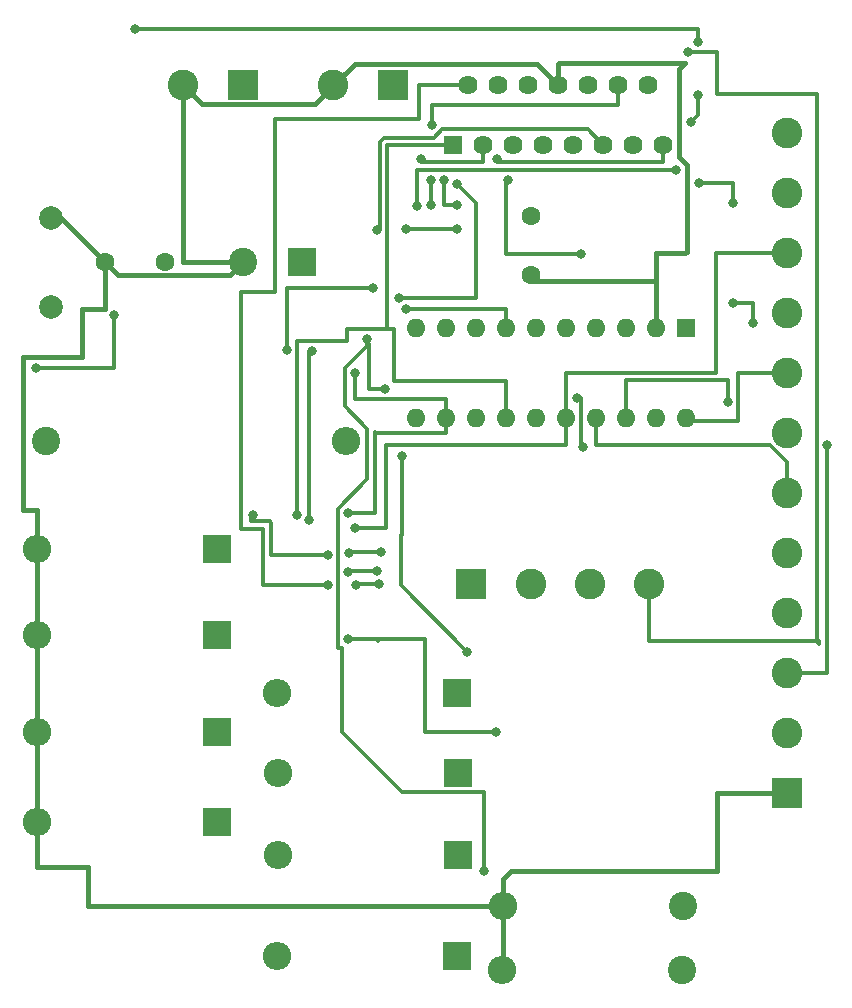
<source format=gbr>
%TF.GenerationSoftware,KiCad,Pcbnew,(6.0.6)*%
%TF.CreationDate,2022-07-15T00:25:02-04:00*%
%TF.ProjectId,Two Phase Bipolar Stepper Motor,54776f20-5068-4617-9365-204269706f6c,#1*%
%TF.SameCoordinates,Original*%
%TF.FileFunction,Copper,L2,Bot*%
%TF.FilePolarity,Positive*%
%FSLAX46Y46*%
G04 Gerber Fmt 4.6, Leading zero omitted, Abs format (unit mm)*
G04 Created by KiCad (PCBNEW (6.0.6)) date 2022-07-15 00:25:02*
%MOMM*%
%LPD*%
G01*
G04 APERTURE LIST*
%TA.AperFunction,ComponentPad*%
%ADD10O,2.400000X2.400000*%
%TD*%
%TA.AperFunction,ComponentPad*%
%ADD11R,2.400000X2.400000*%
%TD*%
%TA.AperFunction,ComponentPad*%
%ADD12R,2.600000X2.600000*%
%TD*%
%TA.AperFunction,ComponentPad*%
%ADD13C,2.600000*%
%TD*%
%TA.AperFunction,ComponentPad*%
%ADD14C,2.400000*%
%TD*%
%TA.AperFunction,ComponentPad*%
%ADD15R,1.600000X1.600000*%
%TD*%
%TA.AperFunction,ComponentPad*%
%ADD16O,1.600000X1.600000*%
%TD*%
%TA.AperFunction,ComponentPad*%
%ADD17C,1.600000*%
%TD*%
%TA.AperFunction,ComponentPad*%
%ADD18C,2.000000*%
%TD*%
%TA.AperFunction,ComponentPad*%
%ADD19R,1.620000X1.620000*%
%TD*%
%TA.AperFunction,ComponentPad*%
%ADD20C,1.620000*%
%TD*%
%TA.AperFunction,ViaPad*%
%ADD21C,0.800000*%
%TD*%
%TA.AperFunction,Conductor*%
%ADD22C,0.300000*%
%TD*%
%TA.AperFunction,Conductor*%
%ADD23C,0.400000*%
%TD*%
G04 APERTURE END LIST*
D10*
%TO.P,D4,2,A*%
%TO.N,Net-(D4-Pad2)*%
X218230000Y-117500000D03*
D11*
%TO.P,D4,1,K*%
%TO.N,VS*%
X233470000Y-117500000D03*
%TD*%
%TO.P,D6,1,K*%
%TO.N,Net-(D6-Pad1)*%
X213150000Y-120830000D03*
D10*
%TO.P,D6,2,A*%
%TO.N,GND*%
X197910000Y-120830000D03*
%TD*%
D12*
%TO.P,J3,1,Pin_1*%
%TO.N,GND*%
X261417000Y-125984000D03*
D13*
%TO.P,J3,2,Pin_2*%
%TO.N,/HALF*%
X261417000Y-120904000D03*
%TO.P,J3,3,Pin_3*%
%TO.N,/HOME*%
X261417000Y-115824000D03*
%TO.P,J3,4,Pin_4*%
%TO.N,/Vref*%
X261417000Y-110744000D03*
%TO.P,J3,5,Pin_5*%
%TO.N,/CLK*%
X261417000Y-105664000D03*
%TO.P,J3,6,Pin_6*%
%TO.N,/CW*%
X261417000Y-100584000D03*
%TO.P,J3,7,Pin_7*%
%TO.N,/ENA*%
X261417000Y-95504000D03*
%TO.P,J3,8,Pin_8*%
%TO.N,/RESET*%
X261417000Y-90424000D03*
%TO.P,J3,9,Pin_9*%
%TO.N,/CTRL*%
X261417000Y-85344000D03*
%TO.P,J3,10,Pin_10*%
%TO.N,/OSC*%
X261417000Y-80264000D03*
%TO.P,J3,11,Pin_11*%
%TO.N,/SYNC*%
X261417000Y-75184000D03*
%TO.P,J3,12,Pin_12*%
%TO.N,unconnected-(J3-Pad12)*%
X261417000Y-70104000D03*
%TD*%
D10*
%TO.P,RS1,2*%
%TO.N,GND*%
X237280000Y-140950000D03*
D14*
%TO.P,RS1,1*%
%TO.N,/RS1*%
X252520000Y-140950000D03*
%TD*%
D12*
%TO.P,J2,1,Pin_1*%
%TO.N,VSS*%
X228092000Y-66040000D03*
D13*
%TO.P,J2,2,Pin_2*%
%TO.N,GND*%
X223012000Y-66040000D03*
%TD*%
D11*
%TO.P,D7,1,K*%
%TO.N,Net-(D3-Pad2)*%
X213150000Y-112575000D03*
D10*
%TO.P,D7,2,A*%
%TO.N,GND*%
X197910000Y-112575000D03*
%TD*%
D14*
%TO.P,C4,2*%
%TO.N,GND*%
X215356000Y-81050000D03*
D11*
%TO.P,C4,1*%
%TO.N,VS*%
X220356000Y-81050000D03*
%TD*%
D10*
%TO.P,R1,2*%
%TO.N,VSS*%
X224100000Y-96200000D03*
D14*
%TO.P,R1,1*%
%TO.N,/OSC*%
X198700000Y-96200000D03*
%TD*%
D10*
%TO.P,D1,2,A*%
%TO.N,Net-(D5-Pad1)*%
X218230000Y-139750000D03*
D11*
%TO.P,D1,1,K*%
%TO.N,VS*%
X233470000Y-139750000D03*
%TD*%
D15*
%TO.P,U1,1,SYNC*%
%TO.N,/SYNC*%
X252900000Y-86600000D03*
D16*
%TO.P,U1,2,GND*%
%TO.N,GND*%
X250360000Y-86600000D03*
%TO.P,U1,3,HOME*%
%TO.N,/HOME*%
X247820000Y-86600000D03*
%TO.P,U1,4,A*%
%TO.N,Net-(U2-Pad5)*%
X245280000Y-86600000D03*
%TO.P,U1,5,INH1*%
%TO.N,Net-(U2-Pad6)*%
X242740000Y-86600000D03*
%TO.P,U1,6,B*%
%TO.N,Net-(U2-Pad7)*%
X240200000Y-86600000D03*
%TO.P,U1,7,C*%
%TO.N,Net-(U2-Pad10)*%
X237660000Y-86600000D03*
%TO.P,U1,8,INH2*%
%TO.N,Net-(U2-Pad11)*%
X235120000Y-86600000D03*
%TO.P,U1,9,D*%
%TO.N,Net-(U2-Pad12)*%
X232580000Y-86600000D03*
%TO.P,U1,10,ENABLE*%
%TO.N,/ENA*%
X230040000Y-86600000D03*
%TO.P,U1,11,CONTROL*%
%TO.N,/CTRL*%
X230040000Y-94220000D03*
%TO.P,U1,12,Vs*%
%TO.N,VSS*%
X232580000Y-94220000D03*
%TO.P,U1,13,SENS2*%
%TO.N,/RS2*%
X235120000Y-94220000D03*
%TO.P,U1,14,SENS1*%
%TO.N,/RS1*%
X237660000Y-94220000D03*
%TO.P,U1,15,Vref*%
%TO.N,/Vref*%
X240200000Y-94220000D03*
%TO.P,U1,16,OSC*%
%TO.N,/OSC*%
X242740000Y-94220000D03*
%TO.P,U1,17,CW*%
%TO.N,/CW*%
X245280000Y-94220000D03*
%TO.P,U1,18,CLOCK*%
%TO.N,/CLK*%
X247820000Y-94220000D03*
%TO.P,U1,19,HALF*%
%TO.N,/HALF*%
X250360000Y-94220000D03*
%TO.P,U1,20,RESET*%
%TO.N,/RESET*%
X252900000Y-94220000D03*
%TD*%
D14*
%TO.P,RS2,1*%
%TO.N,/RS2*%
X252570000Y-135550000D03*
D10*
%TO.P,RS2,2*%
%TO.N,GND*%
X237330000Y-135550000D03*
%TD*%
%TO.P,D8,2,A*%
%TO.N,GND*%
X197910000Y-105300000D03*
D11*
%TO.P,D8,1,K*%
%TO.N,Net-(D4-Pad2)*%
X213150000Y-105300000D03*
%TD*%
D17*
%TO.P,C3,1*%
%TO.N,VS*%
X208712000Y-81050000D03*
%TO.P,C3,2*%
%TO.N,GND*%
X203712000Y-81050000D03*
%TD*%
%TO.P,C2,1*%
%TO.N,VSS*%
X239750000Y-77150000D03*
%TO.P,C2,2*%
%TO.N,GND*%
X239750000Y-82150000D03*
%TD*%
D13*
%TO.P,J1,2,Pin_2*%
%TO.N,GND*%
X210312000Y-66040000D03*
D12*
%TO.P,J1,1,Pin_1*%
%TO.N,VS*%
X215392000Y-66040000D03*
%TD*%
%TO.P,J4,1,Pin_1*%
%TO.N,Net-(U2-Pad2)*%
X234700000Y-108305000D03*
D13*
%TO.P,J4,2,Pin_2*%
%TO.N,Net-(U2-Pad3)*%
X239700000Y-108305000D03*
%TO.P,J4,3,Pin_3*%
%TO.N,Net-(U2-Pad13)*%
X244700000Y-108305000D03*
%TO.P,J4,4,Pin_4*%
%TO.N,Net-(U2-Pad14)*%
X249700000Y-108305000D03*
%TD*%
D11*
%TO.P,D5,1,K*%
%TO.N,Net-(D5-Pad1)*%
X213150000Y-128450000D03*
D10*
%TO.P,D5,2,A*%
%TO.N,GND*%
X197910000Y-128450000D03*
%TD*%
%TO.P,D2,2,A*%
%TO.N,Net-(D6-Pad1)*%
X218330000Y-131200000D03*
D11*
%TO.P,D2,1,K*%
%TO.N,VS*%
X233570000Y-131200000D03*
%TD*%
D18*
%TO.P,C1,1*%
%TO.N,/OSC*%
X199100000Y-84800000D03*
%TO.P,C1,2*%
%TO.N,GND*%
X199100000Y-77300000D03*
%TD*%
D19*
%TO.P,U2,1,CS_A*%
%TO.N,/RS1*%
X233172000Y-71120000D03*
D20*
%TO.P,U2,2,OUT1*%
%TO.N,Net-(U2-Pad2)*%
X234442000Y-66040000D03*
%TO.P,U2,3,OUT2*%
%TO.N,Net-(U2-Pad3)*%
X235712000Y-71120000D03*
%TO.P,U2,4,VS*%
%TO.N,VS*%
X236982000Y-66040000D03*
%TO.P,U2,5,IN1*%
%TO.N,Net-(U2-Pad5)*%
X238252000Y-71120000D03*
%TO.P,U2,6,EN_A*%
%TO.N,Net-(U2-Pad6)*%
X239522000Y-66040000D03*
%TO.P,U2,7,IN2*%
%TO.N,Net-(U2-Pad7)*%
X240792000Y-71120000D03*
%TO.P,U2,8,GND*%
%TO.N,GND*%
X242062000Y-66040000D03*
%TO.P,U2,9,VSS*%
%TO.N,VSS*%
X243332000Y-71120000D03*
%TO.P,U2,10,IN3*%
%TO.N,Net-(U2-Pad10)*%
X244602000Y-66040000D03*
%TO.P,U2,11,EN_B*%
%TO.N,Net-(U2-Pad11)*%
X245872000Y-71120000D03*
%TO.P,U2,12,IN4*%
%TO.N,Net-(U2-Pad12)*%
X247142000Y-66040000D03*
%TO.P,U2,13,OUT3*%
%TO.N,Net-(U2-Pad13)*%
X248412000Y-71120000D03*
%TO.P,U2,14,OUT4*%
%TO.N,Net-(U2-Pad14)*%
X249682000Y-66040000D03*
%TO.P,U2,15,CS_B*%
%TO.N,/RS2*%
X250952000Y-71120000D03*
%TD*%
D10*
%TO.P,D3,2,A*%
%TO.N,Net-(D3-Pad2)*%
X218330000Y-124250000D03*
D11*
%TO.P,D3,1,K*%
%TO.N,VS*%
X233570000Y-124250000D03*
%TD*%
D21*
%TO.N,Net-(U2-Pad5)*%
X237759500Y-74059500D03*
X243973568Y-80359500D03*
%TO.N,Net-(U2-Pad13)*%
X253300000Y-69150000D03*
X253900000Y-66890500D03*
X253851851Y-62420086D03*
X206200000Y-61290500D03*
X204464962Y-85510137D03*
X222530500Y-105800000D03*
X224300000Y-105650000D03*
X197840500Y-89959500D03*
X227000000Y-105550000D03*
X216200000Y-102409500D03*
%TO.N,Net-(U2-Pad7)*%
X233450000Y-76209500D03*
X232359503Y-74059500D03*
%TO.N,Net-(U2-Pad11)*%
X229180500Y-78250000D03*
X233439500Y-78250000D03*
X226690500Y-78300000D03*
%TO.N,Net-(U2-Pad14)*%
X253063762Y-63279586D03*
%TO.N,Net-(U2-Pad10)*%
X229180500Y-84962942D03*
X226400000Y-83190500D03*
X219090500Y-88450000D03*
%TO.N,Net-(U2-Pad3)*%
X221159500Y-88559500D03*
X220976189Y-102831318D03*
X224249500Y-107250000D03*
X230390500Y-72340500D03*
X226719500Y-107205280D03*
%TO.N,Net-(U2-Pad2)*%
X222530500Y-108400000D03*
X226900000Y-108300000D03*
X224900500Y-108350000D03*
%TO.N,/RS2*%
X228550000Y-84050000D03*
X236900000Y-72340500D03*
X233450000Y-74450000D03*
X225850000Y-87559500D03*
%TO.N,/RS1*%
X219950000Y-102409500D03*
X224249500Y-112900000D03*
X236800000Y-120850000D03*
%TO.N,/RS2*%
X235800000Y-132550000D03*
X227359500Y-91790500D03*
%TO.N,Net-(U2-Pad12)*%
X231250000Y-74059500D03*
X231250000Y-76209500D03*
X231350000Y-69439500D03*
%TO.N,/HALF*%
X228800000Y-97409500D03*
X234359500Y-114000450D03*
%TO.N,/HOME*%
X253959500Y-74336061D03*
X256850000Y-76043500D03*
X256850000Y-84484500D03*
X258500000Y-86203500D03*
X264800000Y-96550000D03*
%TO.N,/Vref*%
X243599500Y-92500000D03*
X244150000Y-96688517D03*
%TO.N,/CLK*%
X256440500Y-92850000D03*
%TO.N,/ENA*%
X252050000Y-73200000D03*
X230050000Y-76250000D03*
%TO.N,/OSC*%
X224800000Y-103500000D03*
%TO.N,VSS*%
X224850000Y-90390500D03*
X224250000Y-102250000D03*
%TD*%
D22*
%TO.N,Net-(U2-Pad5)*%
X237759500Y-74100000D02*
X237759500Y-74059500D01*
X237600000Y-74100000D02*
X237759500Y-74100000D01*
X243973568Y-80359500D02*
X237600000Y-80359500D01*
X237600000Y-80359500D02*
X237600000Y-74100000D01*
D23*
%TO.N,GND*%
X239750000Y-82590000D02*
X239750000Y-82150000D01*
X250360000Y-82590000D02*
X239750000Y-82590000D01*
X250360000Y-82590000D02*
X250360000Y-80300000D01*
X250360000Y-86600000D02*
X250360000Y-82590000D01*
X252800000Y-80300000D02*
X250360000Y-80300000D01*
X242062000Y-64238000D02*
X242150000Y-64150000D01*
X242062000Y-66040000D02*
X242062000Y-64238000D01*
X252300000Y-64650000D02*
X252300000Y-72163065D01*
X242150000Y-64150000D02*
X252800000Y-64150000D01*
X252800000Y-64150000D02*
X252300000Y-64650000D01*
X252300000Y-72163065D02*
X252960000Y-72823065D01*
X252960000Y-72823065D02*
X252960000Y-80140000D01*
X252960000Y-80140000D02*
X252800000Y-80300000D01*
D22*
%TO.N,Net-(U2-Pad13)*%
X253900000Y-68550000D02*
X253300000Y-69150000D01*
X253900000Y-66890500D02*
X253900000Y-68550000D01*
X253851851Y-61290500D02*
X253851851Y-62420086D01*
X197840500Y-89959500D02*
X204464962Y-89959500D01*
X216000000Y-102990000D02*
X216000000Y-102409500D01*
X217750000Y-103100000D02*
X217640000Y-102990000D01*
X217750000Y-103400000D02*
X217750000Y-103100000D01*
X217750000Y-105800000D02*
X217750000Y-103400000D01*
X222530500Y-105800000D02*
X217750000Y-105800000D01*
X206200000Y-61290500D02*
X253851851Y-61290500D01*
X216000000Y-102409500D02*
X216200000Y-102409500D01*
X224400000Y-105550000D02*
X224300000Y-105650000D01*
X227000000Y-105550000D02*
X224400000Y-105550000D01*
X204464962Y-89959500D02*
X204464962Y-85510137D01*
X217640000Y-102990000D02*
X216000000Y-102990000D01*
%TO.N,Net-(U2-Pad7)*%
X232359503Y-76209500D02*
X233450000Y-76209500D01*
X232359503Y-74059500D02*
X232359503Y-76209500D01*
%TO.N,Net-(U2-Pad11)*%
X229180500Y-78250000D02*
X233439500Y-78250000D01*
%TO.N,/RS2*%
X235050000Y-84050000D02*
X228550000Y-84050000D01*
X235050000Y-76050000D02*
X235050000Y-84050000D01*
X233450000Y-74450000D02*
X235050000Y-76050000D01*
%TO.N,Net-(U2-Pad11)*%
X226940000Y-78300000D02*
X226690500Y-78300000D01*
X226940000Y-73250000D02*
X226940000Y-78300000D01*
X231505724Y-70500000D02*
X227307330Y-70500000D01*
X227307330Y-70500000D02*
X226940000Y-70867330D01*
X226940000Y-70867330D02*
X226940000Y-73250000D01*
X232210000Y-69795724D02*
X231505724Y-70500000D01*
X244547724Y-69795724D02*
X232210000Y-69795724D01*
X245872000Y-71120000D02*
X244547724Y-69795724D01*
%TO.N,Net-(U2-Pad14)*%
X255450000Y-63279586D02*
X253063762Y-63279586D01*
X263940000Y-66800000D02*
X255650000Y-66800000D01*
X255650000Y-66800000D02*
X255450000Y-66800000D01*
X264150000Y-113400000D02*
X263940000Y-113190000D01*
X252400000Y-113150000D02*
X264150000Y-113150000D01*
X255450000Y-66800000D02*
X255450000Y-63900000D01*
X263940000Y-113190000D02*
X263940000Y-66800000D01*
X249700000Y-113150000D02*
X252400000Y-113150000D01*
X264150000Y-113150000D02*
X264150000Y-113400000D01*
X255450000Y-63900000D02*
X255450000Y-63279586D01*
X249700000Y-108305000D02*
X249700000Y-113150000D01*
%TO.N,Net-(U2-Pad10)*%
X237660000Y-84962942D02*
X237660000Y-86600000D01*
X229180500Y-84962942D02*
X237660000Y-84962942D01*
X219090500Y-83190500D02*
X226400000Y-83190500D01*
X219090500Y-88450000D02*
X219090500Y-83190500D01*
%TO.N,Net-(U2-Pad3)*%
X230600000Y-72550000D02*
X235712000Y-72550000D01*
X230390500Y-72340500D02*
X230600000Y-72550000D01*
X220976189Y-88559500D02*
X221159500Y-88559500D01*
X220976189Y-102831318D02*
X220976189Y-88559500D01*
X235712000Y-72550000D02*
X235712000Y-71120000D01*
X224294220Y-107205280D02*
X224249500Y-107250000D01*
X226719500Y-107205280D02*
X224294220Y-107205280D01*
%TO.N,Net-(U2-Pad2)*%
X234442000Y-66000000D02*
X234442000Y-66040000D01*
X230250000Y-66000000D02*
X234442000Y-66000000D01*
X230250000Y-68950000D02*
X230250000Y-66000000D01*
X218100000Y-68950000D02*
X230250000Y-68950000D01*
X218100000Y-83550000D02*
X218100000Y-68950000D01*
X215200000Y-103600000D02*
X215200000Y-83550000D01*
X217050000Y-108400000D02*
X217050000Y-103600000D01*
X222530500Y-108400000D02*
X217050000Y-108400000D01*
X224950500Y-108300000D02*
X224900500Y-108350000D01*
X226900000Y-108300000D02*
X224950500Y-108300000D01*
X217050000Y-103600000D02*
X215200000Y-103600000D01*
X215200000Y-83550000D02*
X218100000Y-83550000D01*
%TO.N,/RS2*%
X225850000Y-88100000D02*
X226050000Y-88100000D01*
X225850000Y-87559500D02*
X225850000Y-88100000D01*
X226050000Y-88100000D02*
X226050000Y-87950000D01*
X226050000Y-91790500D02*
X226050000Y-88100000D01*
X236900000Y-72590000D02*
X236900000Y-72340500D01*
X250952000Y-72590000D02*
X241900000Y-72590000D01*
X241900000Y-72590000D02*
X236900000Y-72590000D01*
X250952000Y-71120000D02*
X250952000Y-72590000D01*
%TO.N,/RS1*%
X227550000Y-86700000D02*
X227650000Y-86700000D01*
X227550000Y-71120000D02*
X227550000Y-86700000D01*
X224150000Y-86700000D02*
X227650000Y-86700000D01*
X227650000Y-86700000D02*
X228150000Y-86700000D01*
X233172000Y-71120000D02*
X227550000Y-71120000D01*
X237660000Y-91100000D02*
X237660000Y-94220000D01*
X228150000Y-91100000D02*
X237660000Y-91100000D01*
X228150000Y-86700000D02*
X228150000Y-91100000D01*
X219950000Y-87700000D02*
X224150000Y-87700000D01*
X219950000Y-102409500D02*
X219950000Y-87700000D01*
X224150000Y-87700000D02*
X224150000Y-86700000D01*
X226800000Y-112950000D02*
X226800000Y-113100000D01*
X226800000Y-112900000D02*
X224249500Y-112900000D01*
X230800000Y-112950000D02*
X226800000Y-112950000D01*
X230800000Y-120850000D02*
X230800000Y-112950000D01*
X236800000Y-120850000D02*
X230800000Y-120850000D01*
X226800000Y-113100000D02*
X226800000Y-112900000D01*
%TO.N,/RS2*%
X235800000Y-125910000D02*
X235800000Y-132550000D01*
X228810000Y-125910000D02*
X235800000Y-125910000D01*
X223750000Y-120850000D02*
X228810000Y-125910000D01*
X223750000Y-113700000D02*
X223750000Y-120850000D01*
X223390000Y-113700000D02*
X223750000Y-113700000D01*
X223390000Y-101893776D02*
X223390000Y-113700000D01*
X225890000Y-95147330D02*
X225890000Y-99393776D01*
X223990000Y-93247330D02*
X225890000Y-95147330D01*
X223990000Y-89960000D02*
X223990000Y-93247330D01*
X226000000Y-87950000D02*
X223990000Y-89960000D01*
X226050000Y-87950000D02*
X226000000Y-87950000D01*
X227359500Y-91790500D02*
X226050000Y-91790500D01*
X225890000Y-99393776D02*
X223390000Y-101893776D01*
%TO.N,Net-(U2-Pad12)*%
X247142000Y-67700000D02*
X247142000Y-66040000D01*
X231350000Y-69439500D02*
X231350000Y-67700000D01*
X231250000Y-76209500D02*
X231250000Y-74059500D01*
X231350000Y-67700000D02*
X247142000Y-67700000D01*
%TO.N,/HALF*%
X228800000Y-104150000D02*
X228800000Y-97409500D01*
X228750000Y-104150000D02*
X228800000Y-104150000D01*
X228750000Y-108390950D02*
X228750000Y-104150000D01*
X234359500Y-114000450D02*
X228750000Y-108390950D01*
%TO.N,/HOME*%
X256850000Y-76043500D02*
X256850000Y-74336061D01*
X256850000Y-74336061D02*
X253959500Y-74336061D01*
X258500000Y-86203500D02*
X258500000Y-84484500D01*
X258500000Y-84484500D02*
X256850000Y-84484500D01*
X264800000Y-115824000D02*
X264800000Y-96550000D01*
X261417000Y-115824000D02*
X264800000Y-115824000D01*
%TO.N,/Vref*%
X244010982Y-92500000D02*
X243599500Y-92500000D01*
X244010982Y-96549499D02*
X244010982Y-92500000D01*
X244150000Y-96688517D02*
X244010982Y-96549499D01*
%TO.N,/CLK*%
X247800000Y-94220000D02*
X247800000Y-91010000D01*
X247820000Y-94220000D02*
X247800000Y-94220000D01*
X247800000Y-91010000D02*
X256440500Y-91010000D01*
X256440500Y-91010000D02*
X256440500Y-92850000D01*
%TO.N,/CW*%
X245250000Y-96550000D02*
X245250000Y-94220000D01*
X259973984Y-96550000D02*
X245250000Y-96550000D01*
X261417000Y-97993016D02*
X259973984Y-96550000D01*
X245250000Y-94220000D02*
X245280000Y-94220000D01*
X261417000Y-100584000D02*
X261417000Y-97993016D01*
%TO.N,/ENA*%
X230050000Y-73200000D02*
X252050000Y-73200000D01*
X230050000Y-76250000D02*
X230050000Y-73200000D01*
%TO.N,/RESET*%
X257300000Y-94500000D02*
X252900000Y-94500000D01*
X252900000Y-94500000D02*
X252900000Y-94220000D01*
X257300000Y-90424000D02*
X257300000Y-94500000D01*
X261417000Y-90424000D02*
X257300000Y-90424000D01*
%TO.N,/OSC*%
X242740000Y-94220000D02*
X242740000Y-90400000D01*
X242740000Y-90400000D02*
X255400000Y-90400000D01*
X255400000Y-90400000D02*
X255400000Y-80264000D01*
X255400000Y-80264000D02*
X261417000Y-80264000D01*
X242740000Y-96550000D02*
X242740000Y-94220000D01*
X227500000Y-96550000D02*
X242740000Y-96550000D01*
X227500000Y-103500000D02*
X227500000Y-96550000D01*
X224800000Y-103500000D02*
X227500000Y-103500000D01*
D23*
%TO.N,GND*%
X237330000Y-133300000D02*
X237330000Y-135550000D01*
X238030000Y-132600000D02*
X237330000Y-133300000D01*
X255450000Y-132600000D02*
X238030000Y-132600000D01*
X255450000Y-125984000D02*
X255450000Y-132600000D01*
X261417000Y-125984000D02*
X255450000Y-125984000D01*
D22*
%TO.N,VSS*%
X232580000Y-92650000D02*
X232580000Y-94220000D01*
X224850000Y-92650000D02*
X232580000Y-92650000D01*
X224850000Y-90390500D02*
X224850000Y-92650000D01*
X226500000Y-102250000D02*
X226500000Y-95400000D01*
X226580000Y-95480000D02*
X232580000Y-95480000D01*
X224250000Y-102250000D02*
X226500000Y-102250000D01*
X232580000Y-95480000D02*
X232580000Y-94220000D01*
X226500000Y-95400000D02*
X226580000Y-95480000D01*
D23*
%TO.N,GND*%
X237330000Y-140950000D02*
X237280000Y-140950000D01*
X237330000Y-135550000D02*
X237330000Y-140950000D01*
X197910000Y-132250000D02*
X197910000Y-128450000D01*
X202250000Y-135550000D02*
X202250000Y-132250000D01*
X202250000Y-132250000D02*
X197910000Y-132250000D01*
X237330000Y-135550000D02*
X202250000Y-135550000D01*
X197910000Y-120830000D02*
X197910000Y-128450000D01*
X197910000Y-112575000D02*
X197910000Y-120830000D01*
X197910000Y-105590000D02*
X197910000Y-112575000D01*
X196700000Y-102050000D02*
X197910000Y-102050000D01*
X196700000Y-89050000D02*
X196700000Y-102050000D01*
X201750000Y-89050000D02*
X196700000Y-89050000D01*
X201750000Y-85000000D02*
X201750000Y-89050000D01*
X203712000Y-85000000D02*
X201750000Y-85000000D01*
X197910000Y-102050000D02*
X197910000Y-105590000D01*
X203712000Y-81050000D02*
X203712000Y-85000000D01*
X204812000Y-82150000D02*
X214256000Y-82150000D01*
X214256000Y-82150000D02*
X215356000Y-81050000D01*
X203712000Y-81050000D02*
X204812000Y-82150000D01*
X210300000Y-81050000D02*
X215356000Y-81050000D01*
X210312000Y-81038000D02*
X210300000Y-81050000D01*
X210312000Y-66040000D02*
X210312000Y-81038000D01*
X240252000Y-64230000D02*
X242062000Y-66040000D01*
X224822000Y-64230000D02*
X240252000Y-64230000D01*
X223012000Y-66040000D02*
X224822000Y-64230000D01*
X199962000Y-77300000D02*
X199100000Y-77300000D01*
X203712000Y-81050000D02*
X199962000Y-77300000D01*
X221412000Y-67640000D02*
X223012000Y-66040000D01*
X211912000Y-67640000D02*
X221412000Y-67640000D01*
X210312000Y-66040000D02*
X211912000Y-67640000D01*
%TD*%
M02*

</source>
